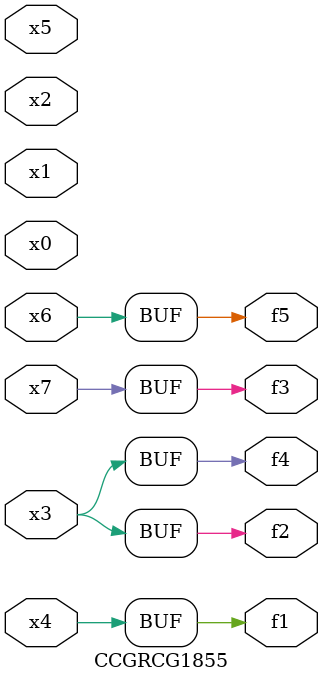
<source format=v>
module CCGRCG1855(
	input x0, x1, x2, x3, x4, x5, x6, x7,
	output f1, f2, f3, f4, f5
);
	assign f1 = x4;
	assign f2 = x3;
	assign f3 = x7;
	assign f4 = x3;
	assign f5 = x6;
endmodule

</source>
